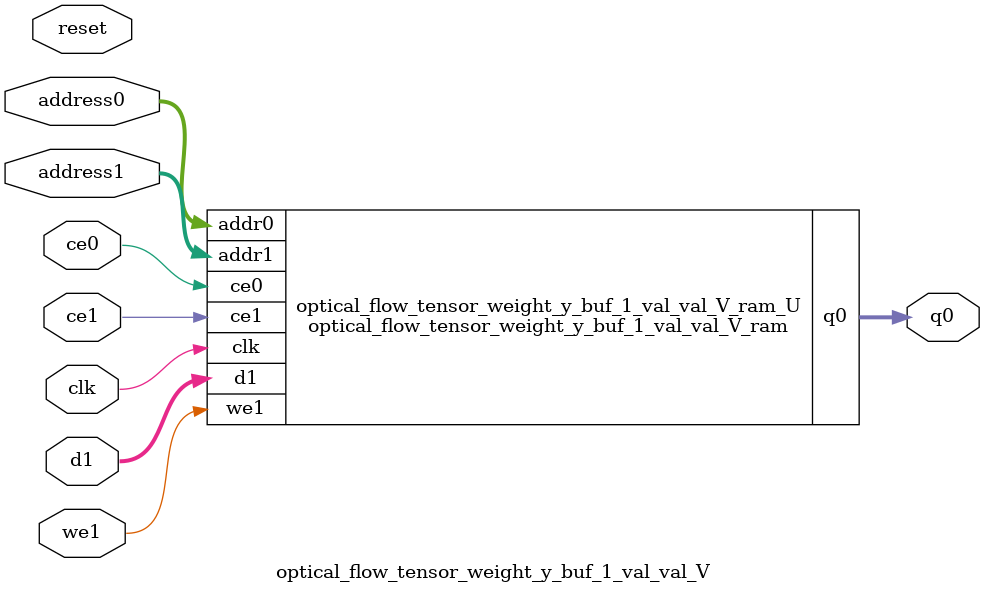
<source format=v>
`timescale 1 ns / 1 ps
module optical_flow_tensor_weight_y_buf_1_val_val_V_ram (addr0, ce0, q0, addr1, ce1, d1, we1,  clk);

parameter DWIDTH = 32;
parameter AWIDTH = 13;
parameter MEM_SIZE = 6144;

input[AWIDTH-1:0] addr0;
input ce0;
output reg[DWIDTH-1:0] q0;
input[AWIDTH-1:0] addr1;
input ce1;
input[DWIDTH-1:0] d1;
input we1;
input clk;

(* ram_style = "block" *)reg [DWIDTH-1:0] ram[0:MEM_SIZE-1];




always @(posedge clk)  
begin 
    if (ce0) begin
        q0 <= ram[addr0];
    end
end


always @(posedge clk)  
begin 
    if (ce1) begin
        if (we1) 
            ram[addr1] <= d1; 
    end
end


endmodule

`timescale 1 ns / 1 ps
module optical_flow_tensor_weight_y_buf_1_val_val_V(
    reset,
    clk,
    address0,
    ce0,
    q0,
    address1,
    ce1,
    we1,
    d1);

parameter DataWidth = 32'd32;
parameter AddressRange = 32'd6144;
parameter AddressWidth = 32'd13;
input reset;
input clk;
input[AddressWidth - 1:0] address0;
input ce0;
output[DataWidth - 1:0] q0;
input[AddressWidth - 1:0] address1;
input ce1;
input we1;
input[DataWidth - 1:0] d1;



optical_flow_tensor_weight_y_buf_1_val_val_V_ram optical_flow_tensor_weight_y_buf_1_val_val_V_ram_U(
    .clk( clk ),
    .addr0( address0 ),
    .ce0( ce0 ),
    .q0( q0 ),
    .addr1( address1 ),
    .ce1( ce1 ),
    .we1( we1 ),
    .d1( d1 ));

endmodule


</source>
